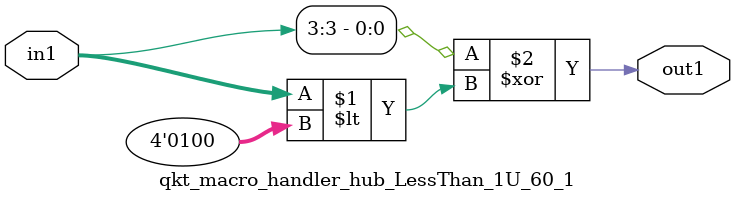
<source format=v>

`timescale 1ps / 1ps


module qkt_macro_handler_hub_LessThan_1U_60_1( in1, out1 );

    input [3:0] in1;
    output out1;

    
    // rtl_process:qkt_macro_handler_hub_LessThan_1U_35_1/qkt_macro_handler_hub_LessThan_1U_35_1_thread_1
    assign out1 = (in1[3] ^ in1 < 4'd04);

endmodule





</source>
